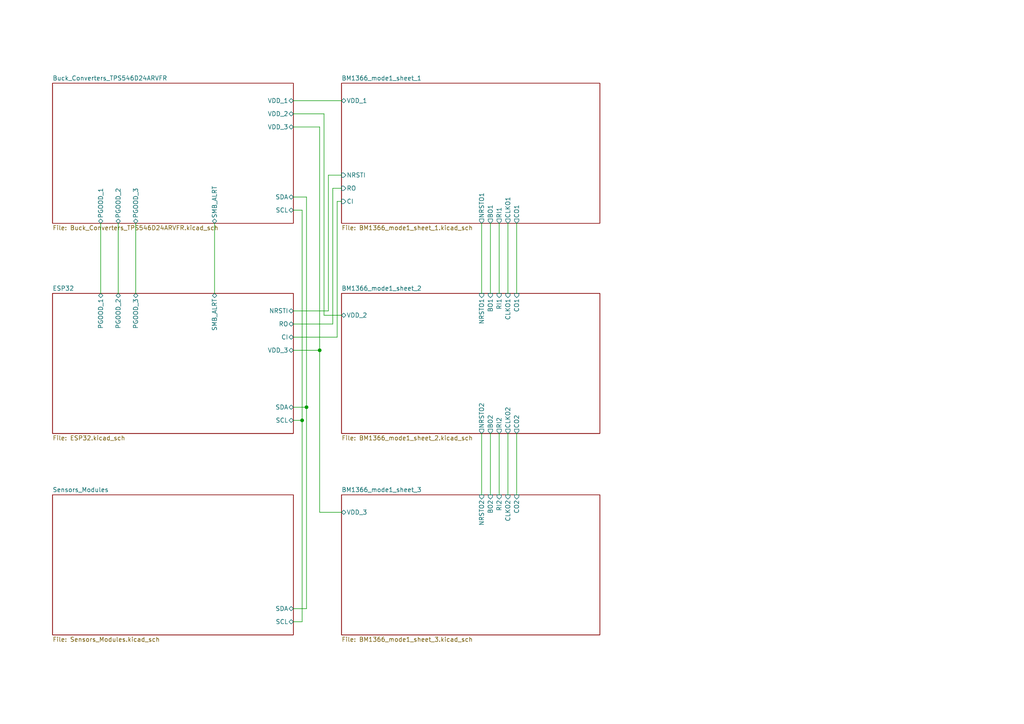
<source format=kicad_sch>
(kicad_sch
	(version 20250114)
	(generator "eeschema")
	(generator_version "9.0")
	(uuid "e508f127-ea52-4df3-b455-fd3cac495bdf")
	(paper "A4")
	(lib_symbols)
	(junction
		(at 88.9 118.11)
		(diameter 0)
		(color 0 0 0 0)
		(uuid "1372d676-0343-4bfd-bcfe-79cefdfe6910")
	)
	(junction
		(at 92.71 101.6)
		(diameter 0)
		(color 0 0 0 0)
		(uuid "8b520e2f-d53b-4feb-8ad3-d7524626a4c2")
	)
	(junction
		(at 87.63 121.92)
		(diameter 0)
		(color 0 0 0 0)
		(uuid "c2400d0e-4f40-4100-a87c-798228766327")
	)
	(wire
		(pts
			(xy 97.79 58.42) (xy 99.06 58.42)
		)
		(stroke
			(width 0)
			(type default)
		)
		(uuid "04b1f43a-96fd-4f81-a14c-aea5ee36531a")
	)
	(wire
		(pts
			(xy 87.63 180.34) (xy 87.63 121.92)
		)
		(stroke
			(width 0)
			(type default)
		)
		(uuid "06a265d3-3139-44c0-822c-6bc0f1c4bdd9")
	)
	(wire
		(pts
			(xy 85.09 97.79) (xy 97.79 97.79)
		)
		(stroke
			(width 0)
			(type default)
		)
		(uuid "0986bf17-1a8d-435e-b307-d963c97bf547")
	)
	(wire
		(pts
			(xy 85.09 101.6) (xy 92.71 101.6)
		)
		(stroke
			(width 0)
			(type default)
		)
		(uuid "1bdd8207-5ef6-4e63-89d8-82a15d5c3cde")
	)
	(wire
		(pts
			(xy 97.79 97.79) (xy 97.79 58.42)
		)
		(stroke
			(width 0)
			(type default)
		)
		(uuid "1f5103ee-f6a6-4a2e-bda5-c3aef507f044")
	)
	(wire
		(pts
			(xy 85.09 90.17) (xy 95.25 90.17)
		)
		(stroke
			(width 0)
			(type default)
		)
		(uuid "250ee9ff-4c6d-4ce3-be08-771729d291fc")
	)
	(wire
		(pts
			(xy 95.25 90.17) (xy 95.25 50.8)
		)
		(stroke
			(width 0)
			(type default)
		)
		(uuid "315ca9ff-b6fa-472c-9d75-87b230f63203")
	)
	(wire
		(pts
			(xy 149.86 125.73) (xy 149.86 143.51)
		)
		(stroke
			(width 0)
			(type default)
		)
		(uuid "3a039982-4160-4154-bfe6-4647b431b4f5")
	)
	(wire
		(pts
			(xy 139.7 64.77) (xy 139.7 85.09)
		)
		(stroke
			(width 0)
			(type default)
		)
		(uuid "481f23c5-aab2-48cd-bbf2-46953e94ec5c")
	)
	(wire
		(pts
			(xy 39.37 64.77) (xy 39.37 85.09)
		)
		(stroke
			(width 0)
			(type default)
		)
		(uuid "4bc86f20-1015-4a99-8fde-646939d88d39")
	)
	(wire
		(pts
			(xy 139.7 125.73) (xy 139.7 143.51)
		)
		(stroke
			(width 0)
			(type default)
		)
		(uuid "561c5a04-23d8-47db-8013-5e3d63587698")
	)
	(wire
		(pts
			(xy 142.24 125.73) (xy 142.24 143.51)
		)
		(stroke
			(width 0)
			(type default)
		)
		(uuid "56e52ec3-e3e1-4cde-984a-a91a205e50b6")
	)
	(wire
		(pts
			(xy 88.9 118.11) (xy 85.09 118.11)
		)
		(stroke
			(width 0)
			(type default)
		)
		(uuid "584236e5-bcb1-437c-a2ff-7e6f5e21bbd9")
	)
	(wire
		(pts
			(xy 96.52 54.61) (xy 96.52 93.98)
		)
		(stroke
			(width 0)
			(type default)
		)
		(uuid "5860c8a3-3a7d-4463-bd13-3fbd54d4b791")
	)
	(wire
		(pts
			(xy 87.63 60.96) (xy 87.63 121.92)
		)
		(stroke
			(width 0)
			(type default)
		)
		(uuid "598eb865-75ed-400f-8b72-641ad62ab33c")
	)
	(wire
		(pts
			(xy 92.71 36.83) (xy 92.71 101.6)
		)
		(stroke
			(width 0)
			(type default)
		)
		(uuid "5b1263cd-de33-4e34-b7de-589ce1b1546a")
	)
	(wire
		(pts
			(xy 92.71 101.6) (xy 92.71 148.59)
		)
		(stroke
			(width 0)
			(type default)
		)
		(uuid "6984ed0d-d958-4948-a002-7601856c99c9")
	)
	(wire
		(pts
			(xy 144.78 125.73) (xy 144.78 143.51)
		)
		(stroke
			(width 0)
			(type default)
		)
		(uuid "6c1e2f61-5600-4c18-b200-8ea035c82abd")
	)
	(wire
		(pts
			(xy 142.24 64.77) (xy 142.24 85.09)
		)
		(stroke
			(width 0)
			(type default)
		)
		(uuid "6c38cc22-2bb9-4b89-be92-3d846b704924")
	)
	(wire
		(pts
			(xy 34.29 64.77) (xy 34.29 85.09)
		)
		(stroke
			(width 0)
			(type default)
		)
		(uuid "714f01d9-3087-430a-a14b-db9cbd14a01d")
	)
	(wire
		(pts
			(xy 29.21 64.77) (xy 29.21 85.09)
		)
		(stroke
			(width 0)
			(type default)
		)
		(uuid "7e25eeb3-7842-4bfa-a663-7b82329a6e49")
	)
	(wire
		(pts
			(xy 99.06 54.61) (xy 96.52 54.61)
		)
		(stroke
			(width 0)
			(type default)
		)
		(uuid "91273f29-884c-4663-b926-3f786b711586")
	)
	(wire
		(pts
			(xy 93.98 33.02) (xy 93.98 91.44)
		)
		(stroke
			(width 0)
			(type default)
		)
		(uuid "9935ad60-6f3b-454d-a2c3-8c337fcab3e1")
	)
	(wire
		(pts
			(xy 87.63 121.92) (xy 85.09 121.92)
		)
		(stroke
			(width 0)
			(type default)
		)
		(uuid "a6c0a816-bf82-4db8-8ed0-d508baddc207")
	)
	(wire
		(pts
			(xy 93.98 91.44) (xy 99.06 91.44)
		)
		(stroke
			(width 0)
			(type default)
		)
		(uuid "a6d6b496-a060-457a-abae-5bd3cb4b7fd2")
	)
	(wire
		(pts
			(xy 88.9 118.11) (xy 88.9 176.53)
		)
		(stroke
			(width 0)
			(type default)
		)
		(uuid "aec783b7-e549-477e-933b-f98b946a5068")
	)
	(wire
		(pts
			(xy 85.09 176.53) (xy 88.9 176.53)
		)
		(stroke
			(width 0)
			(type default)
		)
		(uuid "b7d39579-e508-4a78-95f5-9f61f9999f8b")
	)
	(wire
		(pts
			(xy 85.09 36.83) (xy 92.71 36.83)
		)
		(stroke
			(width 0)
			(type default)
		)
		(uuid "b7e62bbb-db66-4031-8f8e-0a7566cfc80d")
	)
	(wire
		(pts
			(xy 147.32 64.77) (xy 147.32 85.09)
		)
		(stroke
			(width 0)
			(type default)
		)
		(uuid "bcf9f985-6b1b-4f87-9a02-7ad8f6279e45")
	)
	(wire
		(pts
			(xy 85.09 33.02) (xy 93.98 33.02)
		)
		(stroke
			(width 0)
			(type default)
		)
		(uuid "bdfebee0-2f02-478a-8c58-10a477d3cc94")
	)
	(wire
		(pts
			(xy 92.71 148.59) (xy 99.06 148.59)
		)
		(stroke
			(width 0)
			(type default)
		)
		(uuid "c25d101e-eac6-4051-9080-713938ec2bbd")
	)
	(wire
		(pts
			(xy 96.52 93.98) (xy 85.09 93.98)
		)
		(stroke
			(width 0)
			(type default)
		)
		(uuid "c8d67ea9-0660-430c-8c60-bca9e1dc0b1c")
	)
	(wire
		(pts
			(xy 62.23 64.77) (xy 62.23 85.09)
		)
		(stroke
			(width 0)
			(type default)
		)
		(uuid "cd8c2a55-450c-47e8-8353-44e51c872de2")
	)
	(wire
		(pts
			(xy 85.09 180.34) (xy 87.63 180.34)
		)
		(stroke
			(width 0)
			(type default)
		)
		(uuid "ce5a0cae-faf8-40ce-8e69-5165f6d98a28")
	)
	(wire
		(pts
			(xy 147.32 125.73) (xy 147.32 143.51)
		)
		(stroke
			(width 0)
			(type default)
		)
		(uuid "d700aa69-9524-452e-8939-b5bd6e17f96a")
	)
	(wire
		(pts
			(xy 144.78 64.77) (xy 144.78 85.09)
		)
		(stroke
			(width 0)
			(type default)
		)
		(uuid "d7e205e6-c183-4f76-919c-94ca2b14e142")
	)
	(wire
		(pts
			(xy 85.09 57.15) (xy 88.9 57.15)
		)
		(stroke
			(width 0)
			(type default)
		)
		(uuid "d8a46acd-213a-4320-a43c-0d4dbf96f6d1")
	)
	(wire
		(pts
			(xy 88.9 57.15) (xy 88.9 118.11)
		)
		(stroke
			(width 0)
			(type default)
		)
		(uuid "e220f882-5c87-4a11-bc2b-662b9ec7cc85")
	)
	(wire
		(pts
			(xy 95.25 50.8) (xy 99.06 50.8)
		)
		(stroke
			(width 0)
			(type default)
		)
		(uuid "e5f4dd0e-b790-439d-a88a-1c11b3d50d46")
	)
	(wire
		(pts
			(xy 85.09 29.21) (xy 99.06 29.21)
		)
		(stroke
			(width 0)
			(type default)
		)
		(uuid "ef54f753-21ff-42b9-b519-59cc9a31ffe0")
	)
	(wire
		(pts
			(xy 85.09 60.96) (xy 87.63 60.96)
		)
		(stroke
			(width 0)
			(type default)
		)
		(uuid "f5f5791c-b277-4f73-a2bd-ee5f99965159")
	)
	(wire
		(pts
			(xy 149.86 64.77) (xy 149.86 85.09)
		)
		(stroke
			(width 0)
			(type default)
		)
		(uuid "fa0aa236-9555-49b6-a6ed-b1f3e75f2705")
	)
	(sheet
		(at 99.06 85.09)
		(size 74.93 40.64)
		(exclude_from_sim no)
		(in_bom yes)
		(on_board yes)
		(dnp no)
		(fields_autoplaced yes)
		(stroke
			(width 0.1524)
			(type solid)
		)
		(fill
			(color 0 0 0 0.0000)
		)
		(uuid "101b5760-e166-4211-aa28-afc1b8983ff1")
		(property "Sheetname" "BM1366_mode1_sheet_2"
			(at 99.06 84.3784 0)
			(effects
				(font
					(size 1.27 1.27)
				)
				(justify left bottom)
			)
		)
		(property "Sheetfile" "BM1366_mode1_sheet_2.kicad_sch"
			(at 99.06 126.3146 0)
			(effects
				(font
					(size 1.27 1.27)
				)
				(justify left top)
			)
		)
		(pin "BO1" input
			(at 142.24 85.09 90)
			(uuid "72137e26-1de0-4cf5-867b-c63ff5a13f5b")
			(effects
				(font
					(size 1.27 1.27)
				)
				(justify right)
			)
		)
		(pin "BO2" output
			(at 142.24 125.73 270)
			(uuid "fcdf4f90-5d1b-44dd-8708-26342bfd45c2")
			(effects
				(font
					(size 1.27 1.27)
				)
				(justify left)
			)
		)
		(pin "CLKO1" input
			(at 147.32 85.09 90)
			(uuid "cd04242f-7ab2-4a6d-971a-13d55df2a3fb")
			(effects
				(font
					(size 1.27 1.27)
				)
				(justify right)
			)
		)
		(pin "CLKO2" output
			(at 147.32 125.73 270)
			(uuid "2f84080e-1431-4f8f-a85b-f53440199225")
			(effects
				(font
					(size 1.27 1.27)
				)
				(justify left)
			)
		)
		(pin "CO1" input
			(at 149.86 85.09 90)
			(uuid "6487a985-060d-4ac2-ac3b-d83e42eb7259")
			(effects
				(font
					(size 1.27 1.27)
				)
				(justify right)
			)
		)
		(pin "CO2" output
			(at 149.86 125.73 270)
			(uuid "5171912e-aea9-4d41-af33-4d701ac4c9a5")
			(effects
				(font
					(size 1.27 1.27)
				)
				(justify left)
			)
		)
		(pin "NRSTO1" input
			(at 139.7 85.09 90)
			(uuid "9c5556b3-7dd2-41ff-891f-47db4edb058d")
			(effects
				(font
					(size 1.27 1.27)
				)
				(justify right)
			)
		)
		(pin "NRSTO2" output
			(at 139.7 125.73 270)
			(uuid "d164d251-d5ac-4fda-b0c6-ac8248d92041")
			(effects
				(font
					(size 1.27 1.27)
				)
				(justify left)
			)
		)
		(pin "RI1" input
			(at 144.78 85.09 90)
			(uuid "7df9a291-9690-451c-aad4-f3c64f051baa")
			(effects
				(font
					(size 1.27 1.27)
				)
				(justify right)
			)
		)
		(pin "RI2" output
			(at 144.78 125.73 270)
			(uuid "8a02d4c3-15f3-4126-95a3-bd3914bad607")
			(effects
				(font
					(size 1.27 1.27)
				)
				(justify left)
			)
		)
		(pin "VDD_2" bidirectional
			(at 99.06 91.44 180)
			(uuid "fff02caf-3135-4e13-849b-1b05c1e8535e")
			(effects
				(font
					(size 1.27 1.27)
				)
				(justify left)
			)
		)
		(instances
			(project "LV08"
				(path "/e508f127-ea52-4df3-b455-fd3cac495bdf"
					(page "6")
				)
			)
		)
	)
	(sheet
		(at 99.06 143.51)
		(size 74.93 40.64)
		(exclude_from_sim no)
		(in_bom yes)
		(on_board yes)
		(dnp no)
		(fields_autoplaced yes)
		(stroke
			(width 0.1524)
			(type solid)
		)
		(fill
			(color 0 0 0 0.0000)
		)
		(uuid "2953f83c-4cf7-4aad-aa2a-56a5fcc49602")
		(property "Sheetname" "BM1366_mode1_sheet_3"
			(at 99.06 142.7984 0)
			(effects
				(font
					(size 1.27 1.27)
				)
				(justify left bottom)
			)
		)
		(property "Sheetfile" "BM1366_mode1_sheet_3.kicad_sch"
			(at 99.06 184.7346 0)
			(effects
				(font
					(size 1.27 1.27)
				)
				(justify left top)
			)
		)
		(pin "BO2" input
			(at 142.24 143.51 90)
			(uuid "07a17f3d-c03b-4807-a4d4-724efbaf65fa")
			(effects
				(font
					(size 1.27 1.27)
				)
				(justify right)
			)
		)
		(pin "CLKO2" input
			(at 147.32 143.51 90)
			(uuid "7521f40f-c584-47fd-b1ef-d935a879ceeb")
			(effects
				(font
					(size 1.27 1.27)
				)
				(justify right)
			)
		)
		(pin "CO2" input
			(at 149.86 143.51 90)
			(uuid "1eb6c77a-5f93-4b6a-aac7-84fc8cbc8b7c")
			(effects
				(font
					(size 1.27 1.27)
				)
				(justify right)
			)
		)
		(pin "NRSTO2" input
			(at 139.7 143.51 90)
			(uuid "c19d16ec-e850-4957-a836-d32584e5b0a9")
			(effects
				(font
					(size 1.27 1.27)
				)
				(justify right)
			)
		)
		(pin "RI2" input
			(at 144.78 143.51 90)
			(uuid "5d4f04ff-ac21-4238-90bf-d87e0ec304d5")
			(effects
				(font
					(size 1.27 1.27)
				)
				(justify right)
			)
		)
		(pin "VDD_3" bidirectional
			(at 99.06 148.59 180)
			(uuid "e2e03f1d-4027-4ce5-9143-51d14544643b")
			(effects
				(font
					(size 1.27 1.27)
				)
				(justify left)
			)
		)
		(instances
			(project "LV08"
				(path "/e508f127-ea52-4df3-b455-fd3cac495bdf"
					(page "7")
				)
			)
		)
	)
	(sheet
		(at 15.24 85.09)
		(size 69.85 40.64)
		(exclude_from_sim no)
		(in_bom yes)
		(on_board yes)
		(dnp no)
		(fields_autoplaced yes)
		(stroke
			(width 0.1524)
			(type solid)
		)
		(fill
			(color 0 0 0 0.0000)
		)
		(uuid "682e8d42-c67f-4575-a638-bc8ba4ee8750")
		(property "Sheetname" "ESP32"
			(at 15.24 84.3784 0)
			(effects
				(font
					(size 1.27 1.27)
				)
				(justify left bottom)
			)
		)
		(property "Sheetfile" "ESP32.kicad_sch"
			(at 15.24 126.3146 0)
			(effects
				(font
					(size 1.27 1.27)
				)
				(justify left top)
			)
		)
		(pin "CI" bidirectional
			(at 85.09 97.79 0)
			(uuid "5261d109-acff-4d84-96b2-b444982c6698")
			(effects
				(font
					(size 1.27 1.27)
				)
				(justify right)
			)
		)
		(pin "NRSTI" bidirectional
			(at 85.09 90.17 0)
			(uuid "732e0801-71a9-4365-8bba-d095964eb273")
			(effects
				(font
					(size 1.27 1.27)
				)
				(justify right)
			)
		)
		(pin "PGOOD_1" bidirectional
			(at 29.21 85.09 90)
			(uuid "d9bcf5d8-c1a3-4925-b25f-ac9cd529fe5c")
			(effects
				(font
					(size 1.27 1.27)
				)
				(justify right)
			)
		)
		(pin "PGOOD_2" bidirectional
			(at 34.29 85.09 90)
			(uuid "584c58a4-7334-4646-a633-9637bd453b26")
			(effects
				(font
					(size 1.27 1.27)
				)
				(justify right)
			)
		)
		(pin "PGOOD_3" bidirectional
			(at 39.37 85.09 90)
			(uuid "2eac9a82-4653-4853-9e45-bade1864528c")
			(effects
				(font
					(size 1.27 1.27)
				)
				(justify right)
			)
		)
		(pin "RO" bidirectional
			(at 85.09 93.98 0)
			(uuid "459d5484-7e0b-4ab8-8a85-8730c418efd1")
			(effects
				(font
					(size 1.27 1.27)
				)
				(justify right)
			)
		)
		(pin "SMB_ALRT" bidirectional
			(at 62.23 85.09 90)
			(uuid "4fa2da9f-2117-4c32-92c8-827c9d6cbff3")
			(effects
				(font
					(size 1.27 1.27)
				)
				(justify right)
			)
		)
		(pin "VDD_3" bidirectional
			(at 85.09 101.6 0)
			(uuid "be337030-a384-4927-8b2d-1ef14c1924d3")
			(effects
				(font
					(size 1.27 1.27)
				)
				(justify right)
			)
		)
		(pin "SCL" bidirectional
			(at 85.09 121.92 0)
			(uuid "0a774907-b9b1-4223-8a2e-9f5ac9ea22a1")
			(effects
				(font
					(size 1.27 1.27)
				)
				(justify right)
			)
		)
		(pin "SDA" bidirectional
			(at 85.09 118.11 0)
			(uuid "241654a4-1ae0-4d09-897f-64ab6c38c0bd")
			(effects
				(font
					(size 1.27 1.27)
				)
				(justify right)
			)
		)
		(instances
			(project "LV08"
				(path "/e508f127-ea52-4df3-b455-fd3cac495bdf"
					(page "3")
				)
			)
		)
	)
	(sheet
		(at 15.24 143.51)
		(size 69.85 40.64)
		(exclude_from_sim no)
		(in_bom yes)
		(on_board yes)
		(dnp no)
		(fields_autoplaced yes)
		(stroke
			(width 0.1524)
			(type solid)
		)
		(fill
			(color 0 0 0 0.0000)
		)
		(uuid "7dc86b54-e42b-41a2-b69b-78183b0db232")
		(property "Sheetname" "Sensors_Modules"
			(at 15.24 142.7984 0)
			(effects
				(font
					(size 1.27 1.27)
				)
				(justify left bottom)
			)
		)
		(property "Sheetfile" "Sensors_Modules.kicad_sch"
			(at 15.24 184.7346 0)
			(effects
				(font
					(size 1.27 1.27)
				)
				(justify left top)
			)
		)
		(pin "SCL" bidirectional
			(at 85.09 180.34 0)
			(uuid "3d9821b9-4eb5-4cea-b212-f5f3bba755b0")
			(effects
				(font
					(size 1.27 1.27)
				)
				(justify right)
			)
		)
		(pin "SDA" bidirectional
			(at 85.09 176.53 0)
			(uuid "3cf5ac95-9a27-48fe-bea4-510464413211")
			(effects
				(font
					(size 1.27 1.27)
				)
				(justify right)
			)
		)
		(instances
			(project "LV08"
				(path "/e508f127-ea52-4df3-b455-fd3cac495bdf"
					(page "4")
				)
			)
		)
	)
	(sheet
		(at 15.24 24.13)
		(size 69.85 40.64)
		(exclude_from_sim no)
		(in_bom yes)
		(on_board yes)
		(dnp no)
		(fields_autoplaced yes)
		(stroke
			(width 0.1524)
			(type solid)
		)
		(fill
			(color 0 0 0 0.0000)
		)
		(uuid "b9707630-8704-4148-b682-9dd249264a6d")
		(property "Sheetname" "Buck_Converters_TPS546D24ARVFR"
			(at 15.24 23.4184 0)
			(effects
				(font
					(size 1.27 1.27)
				)
				(justify left bottom)
			)
		)
		(property "Sheetfile" "Buck_Converters_TPS546D24ARVFR.kicad_sch"
			(at 15.24 65.3546 0)
			(effects
				(font
					(size 1.27 1.27)
				)
				(justify left top)
			)
		)
		(pin "PGOOD_1" bidirectional
			(at 29.21 64.77 270)
			(uuid "182e8bc3-6996-45e8-89f4-4ff2320ff100")
			(effects
				(font
					(size 1.27 1.27)
				)
				(justify left)
			)
		)
		(pin "PGOOD_2" bidirectional
			(at 34.29 64.77 270)
			(uuid "5704d3df-7528-42b7-9282-4ca677a18d1d")
			(effects
				(font
					(size 1.27 1.27)
				)
				(justify left)
			)
		)
		(pin "PGOOD_3" bidirectional
			(at 39.37 64.77 270)
			(uuid "266db70d-2d20-4098-9de3-6ab9529a33a0")
			(effects
				(font
					(size 1.27 1.27)
				)
				(justify left)
			)
		)
		(pin "SMB_ALRT" bidirectional
			(at 62.23 64.77 270)
			(uuid "0a64c4cd-d152-46f5-a12e-c5e2f9f1fb97")
			(effects
				(font
					(size 1.27 1.27)
				)
				(justify left)
			)
		)
		(pin "VDD_1" bidirectional
			(at 85.09 29.21 0)
			(uuid "c62074f8-ff94-4d64-b393-4812d79dcd63")
			(effects
				(font
					(size 1.27 1.27)
				)
				(justify right)
			)
		)
		(pin "VDD_2" bidirectional
			(at 85.09 33.02 0)
			(uuid "ea40a3a1-7e48-4fcb-bc76-a9a34695ea26")
			(effects
				(font
					(size 1.27 1.27)
				)
				(justify right)
			)
		)
		(pin "VDD_3" bidirectional
			(at 85.09 36.83 0)
			(uuid "539195a7-48bc-41dd-9b6f-90bbdf2b4ff6")
			(effects
				(font
					(size 1.27 1.27)
				)
				(justify right)
			)
		)
		(pin "SCL" bidirectional
			(at 85.09 60.96 0)
			(uuid "d366f63e-3080-4446-9ef5-be2add4e63d0")
			(effects
				(font
					(size 1.27 1.27)
				)
				(justify right)
			)
		)
		(pin "SDA" bidirectional
			(at 85.09 57.15 0)
			(uuid "fe75f870-10e1-4f80-b7a7-f7adf27d2a65")
			(effects
				(font
					(size 1.27 1.27)
				)
				(justify right)
			)
		)
		(instances
			(project "LV08"
				(path "/e508f127-ea52-4df3-b455-fd3cac495bdf"
					(page "2")
				)
			)
		)
	)
	(sheet
		(at 99.06 24.13)
		(size 74.93 40.64)
		(exclude_from_sim no)
		(in_bom yes)
		(on_board yes)
		(dnp no)
		(fields_autoplaced yes)
		(stroke
			(width 0.1524)
			(type solid)
		)
		(fill
			(color 0 0 0 0.0000)
		)
		(uuid "ca64a5a3-b3f9-4200-983c-3177df785e50")
		(property "Sheetname" "BM1366_mode1_sheet_1"
			(at 99.06 23.4184 0)
			(effects
				(font
					(size 1.27 1.27)
				)
				(justify left bottom)
			)
		)
		(property "Sheetfile" "BM1366_mode1_sheet_1.kicad_sch"
			(at 99.06 65.3546 0)
			(effects
				(font
					(size 1.27 1.27)
				)
				(justify left top)
			)
		)
		(pin "BO1" output
			(at 142.24 64.77 270)
			(uuid "95817a53-b51e-43a6-a6f1-a6d042644868")
			(effects
				(font
					(size 1.27 1.27)
				)
				(justify left)
			)
		)
		(pin "CLKO1" output
			(at 147.32 64.77 270)
			(uuid "b9d3e217-1ca0-46b2-9c8b-0d36dfc744e0")
			(effects
				(font
					(size 1.27 1.27)
				)
				(justify left)
			)
		)
		(pin "CO1" output
			(at 149.86 64.77 270)
			(uuid "535a17bc-c4c5-4d19-ae9d-370c6e06ac7f")
			(effects
				(font
					(size 1.27 1.27)
				)
				(justify left)
			)
		)
		(pin "NRSTO1" output
			(at 139.7 64.77 270)
			(uuid "e4caa8ee-cc97-429f-9d61-31f82f91e210")
			(effects
				(font
					(size 1.27 1.27)
				)
				(justify left)
			)
		)
		(pin "RI1" output
			(at 144.78 64.77 270)
			(uuid "852188fd-7d5e-47ba-949d-4a4a7230063a")
			(effects
				(font
					(size 1.27 1.27)
				)
				(justify left)
			)
		)
		(pin "CI" input
			(at 99.06 58.42 180)
			(uuid "2d747afa-53fb-4a2f-b087-71fc2146a2ce")
			(effects
				(font
					(size 1.27 1.27)
				)
				(justify left)
			)
		)
		(pin "NRSTI" input
			(at 99.06 50.8 180)
			(uuid "62fa0ab0-7828-4a36-8f5e-f60c4b263efd")
			(effects
				(font
					(size 1.27 1.27)
				)
				(justify left)
			)
		)
		(pin "RO" input
			(at 99.06 54.61 180)
			(uuid "8137841d-91c2-46c7-95a4-8aa55a3415a1")
			(effects
				(font
					(size 1.27 1.27)
				)
				(justify left)
			)
		)
		(pin "VDD_1" bidirectional
			(at 99.06 29.21 180)
			(uuid "b7796ab0-b5a5-4843-a847-cdd01a59bc27")
			(effects
				(font
					(size 1.27 1.27)
				)
				(justify left)
			)
		)
		(instances
			(project "LV08"
				(path "/e508f127-ea52-4df3-b455-fd3cac495bdf"
					(page "5")
				)
			)
		)
	)
	(sheet_instances
		(path "/"
			(page "1")
		)
	)
	(embedded_fonts no)
)

</source>
